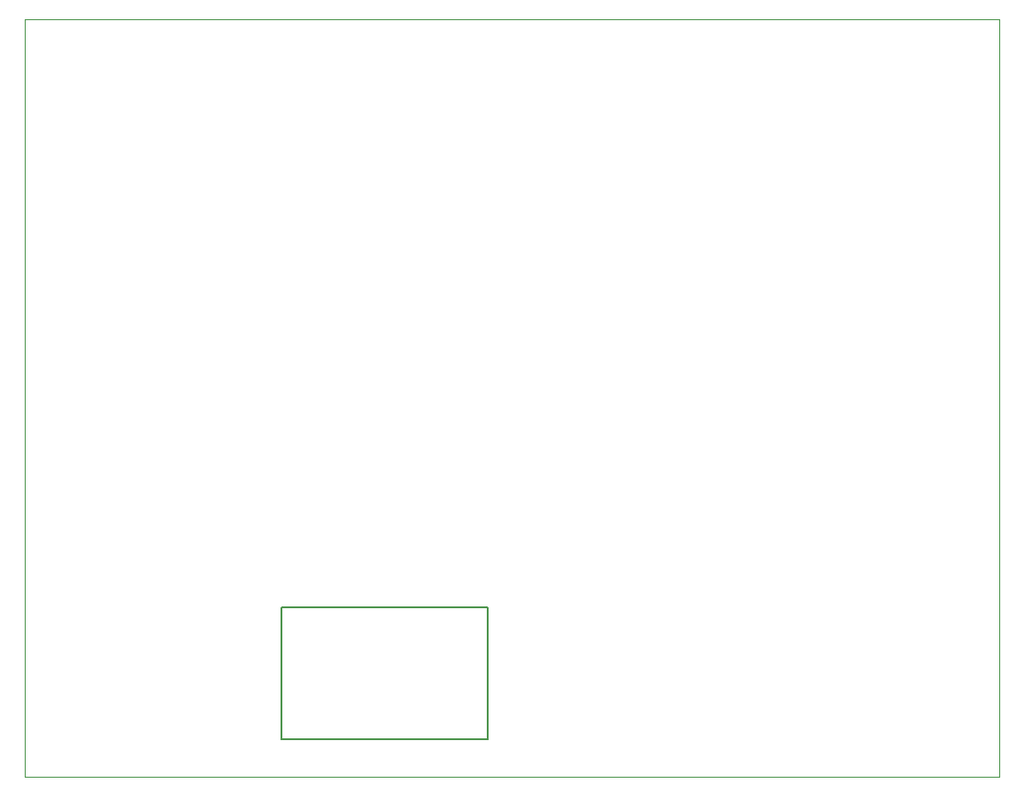
<source format=gm1>
%TF.GenerationSoftware,KiCad,Pcbnew,6.0.11-2627ca5db0~126~ubuntu20.04.1*%
%TF.CreationDate,2023-02-25T22:09:04+05:30*%
%TF.ProjectId,UPS_for_router,5550535f-666f-4725-9f72-6f757465722e,1*%
%TF.SameCoordinates,Original*%
%TF.FileFunction,Profile,NP*%
%FSLAX46Y46*%
G04 Gerber Fmt 4.6, Leading zero omitted, Abs format (unit mm)*
G04 Created by KiCad (PCBNEW 6.0.11-2627ca5db0~126~ubuntu20.04.1) date 2023-02-25 22:09:04*
%MOMM*%
%LPD*%
G01*
G04 APERTURE LIST*
%TA.AperFunction,Profile*%
%ADD10C,0.200000*%
%TD*%
%TA.AperFunction,Profile*%
%ADD11C,0.100000*%
%TD*%
G04 APERTURE END LIST*
D10*
X117094000Y-112776000D02*
X136144000Y-112776000D01*
X136144000Y-112776000D02*
X136144000Y-124968000D01*
X136144000Y-124968000D02*
X117094000Y-124968000D01*
X117094000Y-124968000D02*
X117094000Y-112776000D01*
D11*
X93430000Y-58420000D02*
X183430000Y-58420000D01*
X183430000Y-58420000D02*
X183430000Y-128420000D01*
X183430000Y-128420000D02*
X93430000Y-128420000D01*
X93430000Y-128420000D02*
X93430000Y-58420000D01*
M02*

</source>
